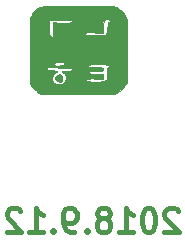
<source format=gbr>
G04 #@! TF.FileFunction,Legend,Bot*
%FSLAX46Y46*%
G04 Gerber Fmt 4.6, Leading zero omitted, Abs format (unit mm)*
G04 Created by KiCad (PCBNEW 4.0.7) date 09/12/18 02:46:14*
%MOMM*%
%LPD*%
G01*
G04 APERTURE LIST*
%ADD10C,0.100000*%
%ADD11C,0.400000*%
%ADD12C,0.010000*%
G04 APERTURE END LIST*
D10*
D11*
X158723696Y-96834438D02*
X158628458Y-96739200D01*
X158437981Y-96643962D01*
X157961791Y-96643962D01*
X157771315Y-96739200D01*
X157676077Y-96834438D01*
X157580838Y-97024914D01*
X157580838Y-97215390D01*
X157676077Y-97501105D01*
X158818934Y-98643962D01*
X157580838Y-98643962D01*
X156342743Y-96643962D02*
X156152267Y-96643962D01*
X155961791Y-96739200D01*
X155866553Y-96834438D01*
X155771315Y-97024914D01*
X155676076Y-97405867D01*
X155676076Y-97882057D01*
X155771315Y-98263010D01*
X155866553Y-98453486D01*
X155961791Y-98548724D01*
X156152267Y-98643962D01*
X156342743Y-98643962D01*
X156533219Y-98548724D01*
X156628457Y-98453486D01*
X156723696Y-98263010D01*
X156818934Y-97882057D01*
X156818934Y-97405867D01*
X156723696Y-97024914D01*
X156628457Y-96834438D01*
X156533219Y-96739200D01*
X156342743Y-96643962D01*
X153771314Y-98643962D02*
X154914172Y-98643962D01*
X154342743Y-98643962D02*
X154342743Y-96643962D01*
X154533219Y-96929676D01*
X154723695Y-97120152D01*
X154914172Y-97215390D01*
X152628457Y-97501105D02*
X152818933Y-97405867D01*
X152914172Y-97310629D01*
X153009410Y-97120152D01*
X153009410Y-97024914D01*
X152914172Y-96834438D01*
X152818933Y-96739200D01*
X152628457Y-96643962D01*
X152247505Y-96643962D01*
X152057029Y-96739200D01*
X151961791Y-96834438D01*
X151866552Y-97024914D01*
X151866552Y-97120152D01*
X151961791Y-97310629D01*
X152057029Y-97405867D01*
X152247505Y-97501105D01*
X152628457Y-97501105D01*
X152818933Y-97596343D01*
X152914172Y-97691581D01*
X153009410Y-97882057D01*
X153009410Y-98263010D01*
X152914172Y-98453486D01*
X152818933Y-98548724D01*
X152628457Y-98643962D01*
X152247505Y-98643962D01*
X152057029Y-98548724D01*
X151961791Y-98453486D01*
X151866552Y-98263010D01*
X151866552Y-97882057D01*
X151961791Y-97691581D01*
X152057029Y-97596343D01*
X152247505Y-97501105D01*
X151009410Y-98453486D02*
X150914171Y-98548724D01*
X151009410Y-98643962D01*
X151104648Y-98548724D01*
X151009410Y-98453486D01*
X151009410Y-98643962D01*
X149961790Y-98643962D02*
X149580838Y-98643962D01*
X149390362Y-98548724D01*
X149295124Y-98453486D01*
X149104648Y-98167771D01*
X149009409Y-97786819D01*
X149009409Y-97024914D01*
X149104648Y-96834438D01*
X149199886Y-96739200D01*
X149390362Y-96643962D01*
X149771314Y-96643962D01*
X149961790Y-96739200D01*
X150057029Y-96834438D01*
X150152267Y-97024914D01*
X150152267Y-97501105D01*
X150057029Y-97691581D01*
X149961790Y-97786819D01*
X149771314Y-97882057D01*
X149390362Y-97882057D01*
X149199886Y-97786819D01*
X149104648Y-97691581D01*
X149009409Y-97501105D01*
X148152267Y-98453486D02*
X148057028Y-98548724D01*
X148152267Y-98643962D01*
X148247505Y-98548724D01*
X148152267Y-98453486D01*
X148152267Y-98643962D01*
X146152266Y-98643962D02*
X147295124Y-98643962D01*
X146723695Y-98643962D02*
X146723695Y-96643962D01*
X146914171Y-96929676D01*
X147104647Y-97120152D01*
X147295124Y-97215390D01*
X145390362Y-96834438D02*
X145295124Y-96739200D01*
X145104647Y-96643962D01*
X144628457Y-96643962D01*
X144437981Y-96739200D01*
X144342743Y-96834438D01*
X144247504Y-97024914D01*
X144247504Y-97215390D01*
X144342743Y-97501105D01*
X145485600Y-98643962D01*
X144247504Y-98643962D01*
D12*
G36*
X149574190Y-79504863D02*
X148959422Y-79505992D01*
X148448740Y-79509537D01*
X148030687Y-79516860D01*
X147693807Y-79529322D01*
X147426643Y-79548284D01*
X147217737Y-79575106D01*
X147055634Y-79611150D01*
X146928876Y-79657777D01*
X146826006Y-79716349D01*
X146735568Y-79788225D01*
X146646106Y-79874769D01*
X146574939Y-79947876D01*
X146481444Y-80046284D01*
X146403674Y-80140278D01*
X146340268Y-80241992D01*
X146289866Y-80363563D01*
X146251107Y-80517125D01*
X146222630Y-80714815D01*
X146203074Y-80968767D01*
X146191079Y-81291117D01*
X146185284Y-81694001D01*
X146184328Y-82189553D01*
X146186850Y-82789910D01*
X146190604Y-83375500D01*
X146208750Y-86074250D01*
X146388453Y-86339047D01*
X146559358Y-86544350D01*
X146768301Y-86735951D01*
X146832953Y-86783547D01*
X147097750Y-86963250D01*
X150214599Y-86980836D01*
X153331447Y-86998422D01*
X153674368Y-86819278D01*
X153954847Y-86635580D01*
X154162775Y-86401201D01*
X154208770Y-86330521D01*
X154400250Y-86020909D01*
X154411225Y-84533551D01*
X152964711Y-84533551D01*
X152937951Y-84585969D01*
X152844500Y-84645500D01*
X152779777Y-84695829D01*
X152741419Y-84780690D01*
X152722868Y-84929490D01*
X152717560Y-85171632D01*
X152717500Y-85214698D01*
X152713694Y-85482946D01*
X152689698Y-85672177D01*
X152626649Y-85796176D01*
X152505685Y-85868726D01*
X152307940Y-85903613D01*
X152014551Y-85914620D01*
X151758472Y-85915500D01*
X151426667Y-85912828D01*
X151201248Y-85903131D01*
X151061680Y-85883884D01*
X150987431Y-85852563D01*
X150961413Y-85817511D01*
X150948860Y-85711265D01*
X150963069Y-85680264D01*
X151038849Y-85665576D01*
X151214003Y-85655960D01*
X151460971Y-85652373D01*
X151701164Y-85654667D01*
X152400000Y-85668328D01*
X152400000Y-85285265D01*
X151813351Y-85267007D01*
X151532099Y-85254993D01*
X151354049Y-85236787D01*
X151255411Y-85207325D01*
X151212391Y-85161543D01*
X151205445Y-85137625D01*
X151207689Y-85085998D01*
X151253096Y-85053277D01*
X151363829Y-85035263D01*
X151562050Y-85027758D01*
X151792094Y-85026500D01*
X152072848Y-85025419D01*
X152250300Y-85018050D01*
X152348147Y-84998205D01*
X152390088Y-84959696D01*
X152399819Y-84896334D01*
X152400000Y-84867750D01*
X152399611Y-84860489D01*
X149775588Y-84860489D01*
X149678390Y-84968570D01*
X149559239Y-85035351D01*
X149396659Y-85059818D01*
X149176161Y-85051187D01*
X148978697Y-85038449D01*
X148890027Y-85044339D01*
X148892822Y-85072598D01*
X148933678Y-85103525D01*
X149161651Y-85304988D01*
X149280964Y-85520403D01*
X149287617Y-85733609D01*
X149177610Y-85928444D01*
X149145625Y-85959848D01*
X148918140Y-86117406D01*
X148687358Y-86162003D01*
X148419028Y-86099083D01*
X148376650Y-86082060D01*
X148171277Y-85940992D01*
X148065589Y-85750261D01*
X148059327Y-85538567D01*
X148152230Y-85334606D01*
X148344041Y-85167077D01*
X148385111Y-85144960D01*
X148504781Y-85069028D01*
X148511287Y-85014908D01*
X148400916Y-84980768D01*
X148169959Y-84964772D01*
X148017055Y-84963000D01*
X147755350Y-84945623D01*
X147615079Y-84893643D01*
X147596587Y-84807286D01*
X147655186Y-84727600D01*
X147713183Y-84685876D01*
X147799756Y-84664627D01*
X147940205Y-84663303D01*
X148159833Y-84681359D01*
X148423037Y-84710985D01*
X148741518Y-84741436D01*
X149050402Y-84758429D01*
X149304943Y-84760066D01*
X149412069Y-84752993D01*
X149640436Y-84744547D01*
X149763628Y-84782014D01*
X149775588Y-84860489D01*
X152399611Y-84860489D01*
X152396136Y-84795707D01*
X152369085Y-84749619D01*
X152295659Y-84723686D01*
X152152673Y-84712114D01*
X151916940Y-84709105D01*
X151765000Y-84709000D01*
X151475988Y-84707256D01*
X151290974Y-84698962D01*
X151186971Y-84679520D01*
X151140993Y-84644332D01*
X151130052Y-84588801D01*
X151130000Y-84582000D01*
X151136413Y-84532483D01*
X151168439Y-84497838D01*
X151245261Y-84475418D01*
X151386064Y-84462576D01*
X151610030Y-84456667D01*
X151936344Y-84455046D01*
X152050750Y-84455000D01*
X152448855Y-84458921D01*
X152728396Y-84472003D01*
X152897604Y-84496221D01*
X152964711Y-84533551D01*
X154411225Y-84533551D01*
X154412979Y-84295741D01*
X149162537Y-84295741D01*
X149111641Y-84400358D01*
X149020371Y-84483149D01*
X148846268Y-84553355D01*
X148626100Y-84579373D01*
X148423186Y-84557392D01*
X148342622Y-84523936D01*
X148269211Y-84435094D01*
X148303376Y-84349797D01*
X148426574Y-84286521D01*
X148603883Y-84263632D01*
X148811593Y-84254117D01*
X148987439Y-84231586D01*
X149018625Y-84224476D01*
X149131463Y-84226841D01*
X149162537Y-84295741D01*
X154412979Y-84295741D01*
X154419733Y-83380579D01*
X154423782Y-82612761D01*
X154423626Y-81968351D01*
X154419204Y-81443822D01*
X154410453Y-81035650D01*
X154397309Y-80740309D01*
X154394964Y-80715517D01*
X153030275Y-80715517D01*
X152980452Y-80790774D01*
X152915260Y-80831615D01*
X152846993Y-80894757D01*
X152804175Y-81014058D01*
X152778360Y-81218883D01*
X152770749Y-81334060D01*
X152753837Y-81575505D01*
X152722042Y-81747569D01*
X152656300Y-81862003D01*
X152537550Y-81930561D01*
X152346729Y-81964995D01*
X152064775Y-81977057D01*
X151725475Y-81978500D01*
X151382461Y-81977359D01*
X151146546Y-81972033D01*
X150997839Y-81959667D01*
X150916446Y-81937403D01*
X150882474Y-81902387D01*
X150876000Y-81856545D01*
X150930892Y-81752655D01*
X151070458Y-81692383D01*
X151257036Y-81685246D01*
X151408853Y-81721877D01*
X151565350Y-81757196D01*
X151793357Y-81781187D01*
X151991384Y-81788000D01*
X152400000Y-81788000D01*
X152400000Y-81339325D01*
X152409882Y-81030170D01*
X152447026Y-80826621D01*
X152522682Y-80708297D01*
X152524914Y-80707345D01*
X149796500Y-80707345D01*
X149776482Y-80745776D01*
X149684952Y-80831961D01*
X149674943Y-80840363D01*
X149596741Y-80896476D01*
X149507181Y-80930560D01*
X149378635Y-80945376D01*
X149183475Y-80943686D01*
X148894072Y-80928252D01*
X148833568Y-80924463D01*
X148145500Y-80880924D01*
X148145500Y-81524962D01*
X148142525Y-81822696D01*
X148131490Y-82014555D01*
X148109234Y-82121566D01*
X148072596Y-82164759D01*
X148048679Y-82169000D01*
X147957055Y-82115827D01*
X147889929Y-82006116D01*
X147862162Y-81870551D01*
X147840835Y-81647399D01*
X147829208Y-81376031D01*
X147828000Y-81257911D01*
X147828000Y-80672590D01*
X148796375Y-80687278D01*
X149133892Y-80692702D01*
X149424448Y-80697950D01*
X149645315Y-80702565D01*
X149773764Y-80706091D01*
X149796500Y-80707345D01*
X152524914Y-80707345D01*
X152648098Y-80654817D01*
X152783235Y-80645000D01*
X152962509Y-80664061D01*
X153030275Y-80715517D01*
X154394964Y-80715517D01*
X154379709Y-80554273D01*
X154368376Y-80498177D01*
X154243126Y-80237108D01*
X154036040Y-79972938D01*
X153784324Y-79746813D01*
X153574750Y-79620469D01*
X153508043Y-79593567D01*
X153428850Y-79571166D01*
X153325640Y-79552858D01*
X153186884Y-79538235D01*
X153001049Y-79526889D01*
X152756607Y-79518412D01*
X152442026Y-79512396D01*
X152045775Y-79508434D01*
X151556324Y-79506118D01*
X150962143Y-79505039D01*
X150304500Y-79504789D01*
X149574190Y-79504863D01*
X149574190Y-79504863D01*
G37*
X149574190Y-79504863D02*
X148959422Y-79505992D01*
X148448740Y-79509537D01*
X148030687Y-79516860D01*
X147693807Y-79529322D01*
X147426643Y-79548284D01*
X147217737Y-79575106D01*
X147055634Y-79611150D01*
X146928876Y-79657777D01*
X146826006Y-79716349D01*
X146735568Y-79788225D01*
X146646106Y-79874769D01*
X146574939Y-79947876D01*
X146481444Y-80046284D01*
X146403674Y-80140278D01*
X146340268Y-80241992D01*
X146289866Y-80363563D01*
X146251107Y-80517125D01*
X146222630Y-80714815D01*
X146203074Y-80968767D01*
X146191079Y-81291117D01*
X146185284Y-81694001D01*
X146184328Y-82189553D01*
X146186850Y-82789910D01*
X146190604Y-83375500D01*
X146208750Y-86074250D01*
X146388453Y-86339047D01*
X146559358Y-86544350D01*
X146768301Y-86735951D01*
X146832953Y-86783547D01*
X147097750Y-86963250D01*
X150214599Y-86980836D01*
X153331447Y-86998422D01*
X153674368Y-86819278D01*
X153954847Y-86635580D01*
X154162775Y-86401201D01*
X154208770Y-86330521D01*
X154400250Y-86020909D01*
X154411225Y-84533551D01*
X152964711Y-84533551D01*
X152937951Y-84585969D01*
X152844500Y-84645500D01*
X152779777Y-84695829D01*
X152741419Y-84780690D01*
X152722868Y-84929490D01*
X152717560Y-85171632D01*
X152717500Y-85214698D01*
X152713694Y-85482946D01*
X152689698Y-85672177D01*
X152626649Y-85796176D01*
X152505685Y-85868726D01*
X152307940Y-85903613D01*
X152014551Y-85914620D01*
X151758472Y-85915500D01*
X151426667Y-85912828D01*
X151201248Y-85903131D01*
X151061680Y-85883884D01*
X150987431Y-85852563D01*
X150961413Y-85817511D01*
X150948860Y-85711265D01*
X150963069Y-85680264D01*
X151038849Y-85665576D01*
X151214003Y-85655960D01*
X151460971Y-85652373D01*
X151701164Y-85654667D01*
X152400000Y-85668328D01*
X152400000Y-85285265D01*
X151813351Y-85267007D01*
X151532099Y-85254993D01*
X151354049Y-85236787D01*
X151255411Y-85207325D01*
X151212391Y-85161543D01*
X151205445Y-85137625D01*
X151207689Y-85085998D01*
X151253096Y-85053277D01*
X151363829Y-85035263D01*
X151562050Y-85027758D01*
X151792094Y-85026500D01*
X152072848Y-85025419D01*
X152250300Y-85018050D01*
X152348147Y-84998205D01*
X152390088Y-84959696D01*
X152399819Y-84896334D01*
X152400000Y-84867750D01*
X152399611Y-84860489D01*
X149775588Y-84860489D01*
X149678390Y-84968570D01*
X149559239Y-85035351D01*
X149396659Y-85059818D01*
X149176161Y-85051187D01*
X148978697Y-85038449D01*
X148890027Y-85044339D01*
X148892822Y-85072598D01*
X148933678Y-85103525D01*
X149161651Y-85304988D01*
X149280964Y-85520403D01*
X149287617Y-85733609D01*
X149177610Y-85928444D01*
X149145625Y-85959848D01*
X148918140Y-86117406D01*
X148687358Y-86162003D01*
X148419028Y-86099083D01*
X148376650Y-86082060D01*
X148171277Y-85940992D01*
X148065589Y-85750261D01*
X148059327Y-85538567D01*
X148152230Y-85334606D01*
X148344041Y-85167077D01*
X148385111Y-85144960D01*
X148504781Y-85069028D01*
X148511287Y-85014908D01*
X148400916Y-84980768D01*
X148169959Y-84964772D01*
X148017055Y-84963000D01*
X147755350Y-84945623D01*
X147615079Y-84893643D01*
X147596587Y-84807286D01*
X147655186Y-84727600D01*
X147713183Y-84685876D01*
X147799756Y-84664627D01*
X147940205Y-84663303D01*
X148159833Y-84681359D01*
X148423037Y-84710985D01*
X148741518Y-84741436D01*
X149050402Y-84758429D01*
X149304943Y-84760066D01*
X149412069Y-84752993D01*
X149640436Y-84744547D01*
X149763628Y-84782014D01*
X149775588Y-84860489D01*
X152399611Y-84860489D01*
X152396136Y-84795707D01*
X152369085Y-84749619D01*
X152295659Y-84723686D01*
X152152673Y-84712114D01*
X151916940Y-84709105D01*
X151765000Y-84709000D01*
X151475988Y-84707256D01*
X151290974Y-84698962D01*
X151186971Y-84679520D01*
X151140993Y-84644332D01*
X151130052Y-84588801D01*
X151130000Y-84582000D01*
X151136413Y-84532483D01*
X151168439Y-84497838D01*
X151245261Y-84475418D01*
X151386064Y-84462576D01*
X151610030Y-84456667D01*
X151936344Y-84455046D01*
X152050750Y-84455000D01*
X152448855Y-84458921D01*
X152728396Y-84472003D01*
X152897604Y-84496221D01*
X152964711Y-84533551D01*
X154411225Y-84533551D01*
X154412979Y-84295741D01*
X149162537Y-84295741D01*
X149111641Y-84400358D01*
X149020371Y-84483149D01*
X148846268Y-84553355D01*
X148626100Y-84579373D01*
X148423186Y-84557392D01*
X148342622Y-84523936D01*
X148269211Y-84435094D01*
X148303376Y-84349797D01*
X148426574Y-84286521D01*
X148603883Y-84263632D01*
X148811593Y-84254117D01*
X148987439Y-84231586D01*
X149018625Y-84224476D01*
X149131463Y-84226841D01*
X149162537Y-84295741D01*
X154412979Y-84295741D01*
X154419733Y-83380579D01*
X154423782Y-82612761D01*
X154423626Y-81968351D01*
X154419204Y-81443822D01*
X154410453Y-81035650D01*
X154397309Y-80740309D01*
X154394964Y-80715517D01*
X153030275Y-80715517D01*
X152980452Y-80790774D01*
X152915260Y-80831615D01*
X152846993Y-80894757D01*
X152804175Y-81014058D01*
X152778360Y-81218883D01*
X152770749Y-81334060D01*
X152753837Y-81575505D01*
X152722042Y-81747569D01*
X152656300Y-81862003D01*
X152537550Y-81930561D01*
X152346729Y-81964995D01*
X152064775Y-81977057D01*
X151725475Y-81978500D01*
X151382461Y-81977359D01*
X151146546Y-81972033D01*
X150997839Y-81959667D01*
X150916446Y-81937403D01*
X150882474Y-81902387D01*
X150876000Y-81856545D01*
X150930892Y-81752655D01*
X151070458Y-81692383D01*
X151257036Y-81685246D01*
X151408853Y-81721877D01*
X151565350Y-81757196D01*
X151793357Y-81781187D01*
X151991384Y-81788000D01*
X152400000Y-81788000D01*
X152400000Y-81339325D01*
X152409882Y-81030170D01*
X152447026Y-80826621D01*
X152522682Y-80708297D01*
X152524914Y-80707345D01*
X149796500Y-80707345D01*
X149776482Y-80745776D01*
X149684952Y-80831961D01*
X149674943Y-80840363D01*
X149596741Y-80896476D01*
X149507181Y-80930560D01*
X149378635Y-80945376D01*
X149183475Y-80943686D01*
X148894072Y-80928252D01*
X148833568Y-80924463D01*
X148145500Y-80880924D01*
X148145500Y-81524962D01*
X148142525Y-81822696D01*
X148131490Y-82014555D01*
X148109234Y-82121566D01*
X148072596Y-82164759D01*
X148048679Y-82169000D01*
X147957055Y-82115827D01*
X147889929Y-82006116D01*
X147862162Y-81870551D01*
X147840835Y-81647399D01*
X147829208Y-81376031D01*
X147828000Y-81257911D01*
X147828000Y-80672590D01*
X148796375Y-80687278D01*
X149133892Y-80692702D01*
X149424448Y-80697950D01*
X149645315Y-80702565D01*
X149773764Y-80706091D01*
X149796500Y-80707345D01*
X152524914Y-80707345D01*
X152648098Y-80654817D01*
X152783235Y-80645000D01*
X152962509Y-80664061D01*
X153030275Y-80715517D01*
X154394964Y-80715517D01*
X154379709Y-80554273D01*
X154368376Y-80498177D01*
X154243126Y-80237108D01*
X154036040Y-79972938D01*
X153784324Y-79746813D01*
X153574750Y-79620469D01*
X153508043Y-79593567D01*
X153428850Y-79571166D01*
X153325640Y-79552858D01*
X153186884Y-79538235D01*
X153001049Y-79526889D01*
X152756607Y-79518412D01*
X152442026Y-79512396D01*
X152045775Y-79508434D01*
X151556324Y-79506118D01*
X150962143Y-79505039D01*
X150304500Y-79504789D01*
X149574190Y-79504863D01*
G36*
X148576136Y-85322393D02*
X148452085Y-85419142D01*
X148357877Y-85527345D01*
X148336000Y-85583870D01*
X148369065Y-85667847D01*
X148434851Y-85774370D01*
X148575555Y-85886639D01*
X148746808Y-85910303D01*
X148894800Y-85839300D01*
X148963502Y-85695056D01*
X148948177Y-85525107D01*
X148866007Y-85374298D01*
X148734171Y-85287475D01*
X148680715Y-85280500D01*
X148576136Y-85322393D01*
X148576136Y-85322393D01*
G37*
X148576136Y-85322393D02*
X148452085Y-85419142D01*
X148357877Y-85527345D01*
X148336000Y-85583870D01*
X148369065Y-85667847D01*
X148434851Y-85774370D01*
X148575555Y-85886639D01*
X148746808Y-85910303D01*
X148894800Y-85839300D01*
X148963502Y-85695056D01*
X148948177Y-85525107D01*
X148866007Y-85374298D01*
X148734171Y-85287475D01*
X148680715Y-85280500D01*
X148576136Y-85322393D01*
M02*

</source>
